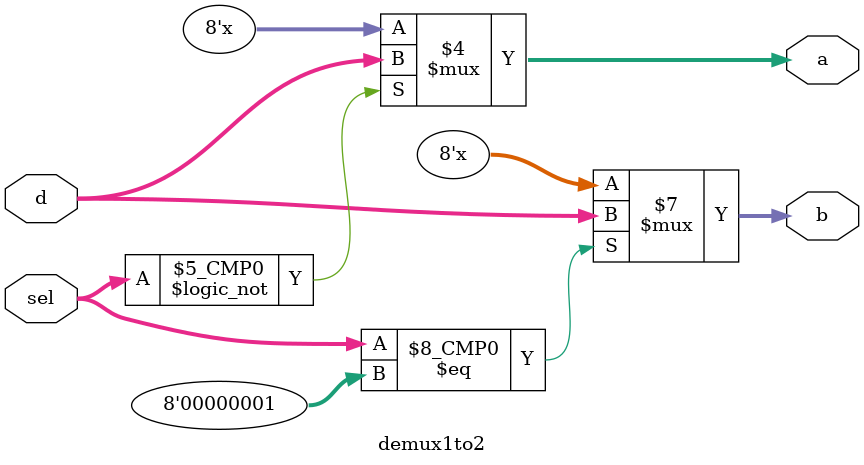
<source format=v>
module demux1to2 (
    input wire [7:0]sel,    // 2-bit select input
    input wire [7:0] d,           // Data input 
    output reg [7:0] a,
    output reg [7:0] b            
);
    // Using a continuous assignment to implement the multiplexer logic
    always @(*) begin

        case(sel)
            1'b0: a=d;
            1'b1: b=d;
            default: begin
            a = a; 
            b = b; 
            end
        endcase
    end

endmodule
</source>
